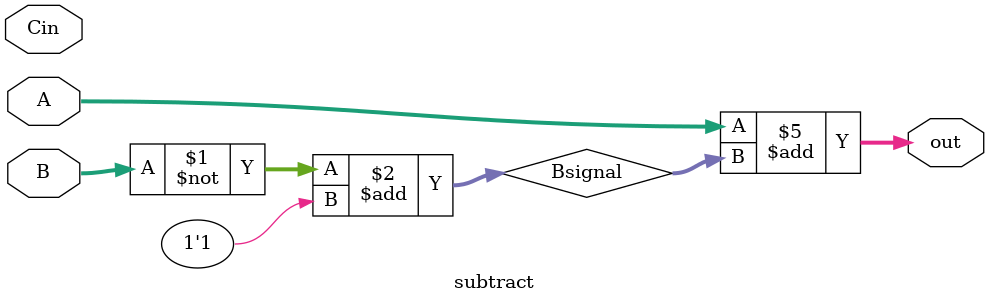
<source format=v>
module subtract(A,B,Cin,out);

input [31:0]A;
input [31:0]B ;
input Cin;
output [31:0]out;

wire [31:0]Bsignal;
wire [31:0]Cinsignal;

assign Bsignal[31:0] = ~B[31:0] + 1'b1;
assign Cinsignal[31:0] = ~Cin;

assign out = A[31:0] + Bsignal[31:0];




endmodule

</source>
